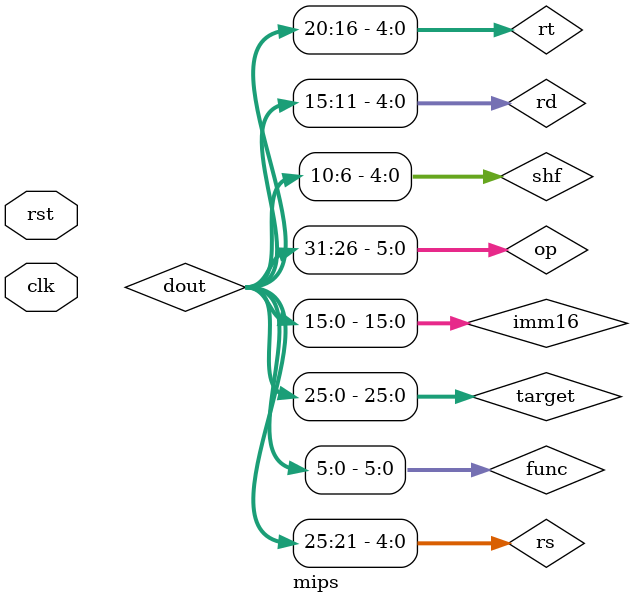
<source format=v>
module mips(clk, rst) ;
input clk ; // clock
input rst ;// reset

//PC
wire PCWre;
wire[31:2] PC,NPC;
//RF
wire RegWr,RegDst,ShfOp,BitOp;
wire[31:0] busW;
wire[31:0]  busA,busB,ALUA,ALUB;

//ALU
wire ALUsrc,Zero,ExtOp,SF,OF,CF,cout,cin; //选择立即数或busB(Rt)
wire[4:0]ALUOp; 
wire DMop,Bitop;
wire[31:0] Result;
wire[31:0] Dataout;
//DM
wire MemWr, MemtoReg;
wire Branch,Jump;

wire [31:0] dout;
wire [5:0]  op,func;
wire [4:0]  rs,rt,rd,rw,shf,Rt;
wire [15:0] imm16;
wire [25:0] target;
wire[31:0] imm32,shf32;

PC pc(clk,rst,PCWre,NPC,PC);
im_4k im(PC,dout);
NPC npc(PC,Zero,Branch,Jump,target,imm16,NPC);

assign op = dout[31:26];
assign func = dout[5:0];
assign rs = dout[25:21];
assign rt = dout[20:16];
assign rd = dout[15:11];
assign shf = dout[10:6];//逻辑左右移，算术右移的shf
assign imm16 = dout[15:0];
assign target = dout[25:0];

SignExtend5 ex5(ExtOp,shf,shf32); //逻辑左右移和算术右移时，5位的shf扩展为32位，
SignExtend16 ex(ExtOp,imm16,imm32); //16位立即数的扩展
Ctrl Ctrl(op,func,rt,Zero,PCWre,ALUsrc,RegWr,RegDst,MemtoReg,MemWr,ExtOp,cin,Branch,Jump,ALUOp,DMop,Bitop,ShfOp);
Mux2_5 mux5(RegDst,rt,rd,rw);//选择写的寄存器
RF rf(clk,RegWr,rw,rs,rt,busW ,busA,busB);
Mux2_32 mux32(ALUsrc,busB,imm32,ALUB); //选择ALU输入端
Mux2_32 muxshfA(ShfOp,busA,shf32,ALUA); //shfop标志在此，正常指令选择busA，特殊的逻辑左右移选择传送至ALU输入端
Alu  alu(ALUA,ALUB,ALUOp,cin,Result,cout,OF,SF,Zero,CF);
dm_4k dm( Result,DMop,BitOp,busB, MemWr, clk,Dataout ) ;
Mux2_32 mux(MemtoReg,Result,Dataout,busW);
endmodule

</source>
